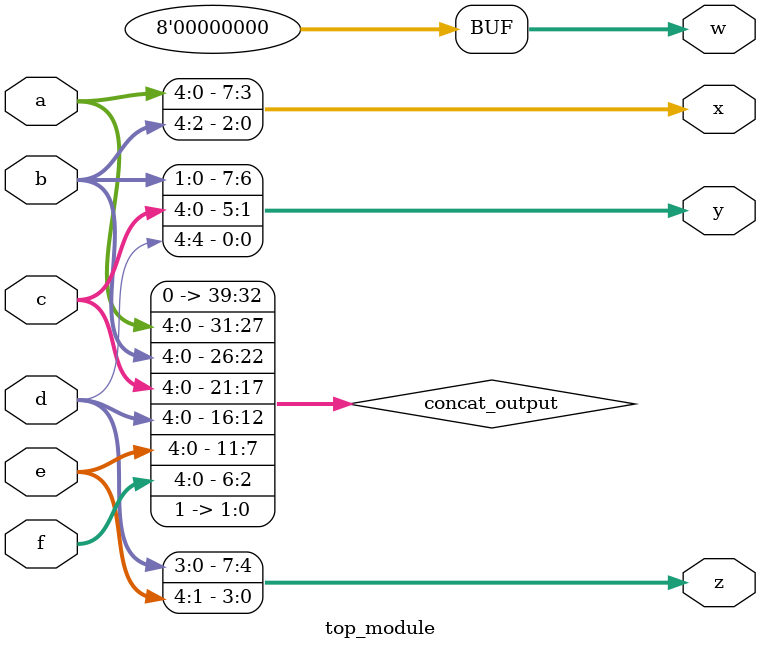
<source format=sv>
module top_module (
	input [4:0] a,
	input [4:0] b,
	input [4:0] c,
	input [4:0] d,
	input [4:0] e,
	input [4:0] f,
	output [7:0] w,
	output [7:0] x,
	output [7:0] y,
	output [7:0] z
);

    wire [39:0] concat_output;
    
    assign concat_output = {a, b, c, d, e, f, 2'b11};
    assign w = concat_output[39:32];
    assign x = concat_output[31:24];
    assign y = concat_output[23:16];
    assign z = concat_output[15:8];

endmodule

</source>
